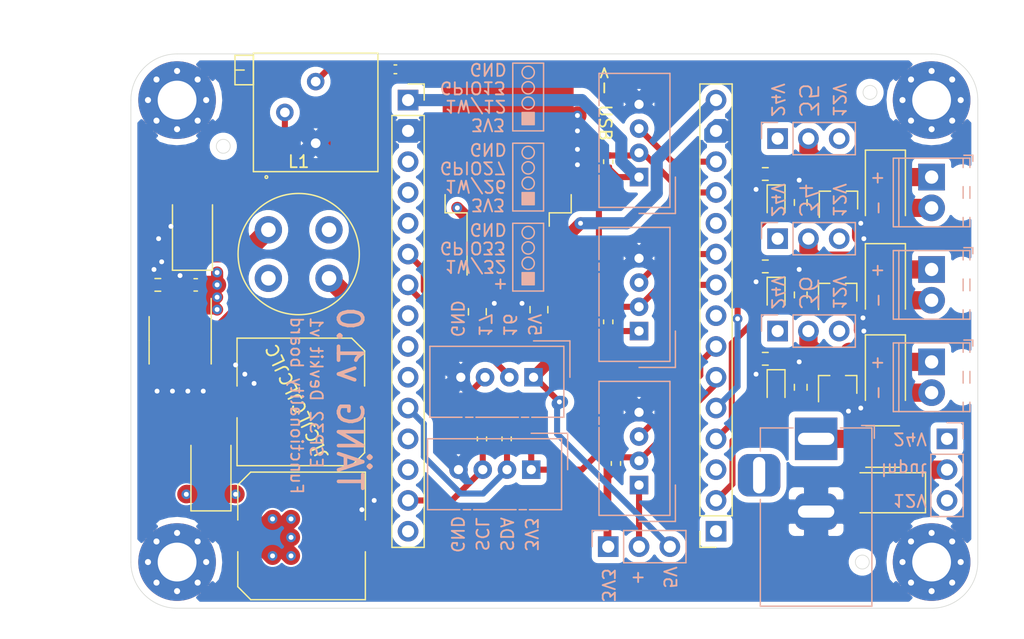
<source format=kicad_pcb>
(kicad_pcb (version 20171130) (host pcbnew 5.1.10-88a1d61d58~88~ubuntu20.04.1)
  (layers (0 F.Cu signal) (1 In1.Cu power hide) (2 In2.Cu power hide) (31 B.Cu signal) (34 B.Paste user hide) (35 F.Paste user hide) (36 B.SilkS user) (37 F.SilkS user hide) (38 B.Mask user hide) (39 F.Mask user hide) (44 Edge.Cuts user))
  (net 0 "")
  (net 1 GND)
  (net 2 "Net-(C3-Pad1)")
  (net 3 +5V)
  (net 4 BUCK_OUT)
  (net 5 LOAD1_NEG)
  (net 6 LOAD1_POS)
  (net 7 LOAD2_POS)
  (net 8 LOAD2_NEG)
  (net 9 LOAD3_POS)
  (net 10 LOAD3_NEG)
  (net 11 "Net-(D9-Pad1)")
  (net 12 "Net-(D9-Pad2)")
  (net 13 "Net-(F1-Pad2)")
  (net 14 CONN1_B)
  (net 15 CONN1_A)
  (net 16 CONN2_A)
  (net 17 CONN2_B)
  (net 18 CONN3_A)
  (net 19 CONN3_B)
  (net 20 CONN4_B)
  (net 21 CONN4_A)
  (net 22 "Net-(J4-Pad1)")
  (net 23 GPIO21)
  (net 24 GPIO22)
  (net 25 GPIO14)
  (net 26 GPIO25)
  (net 27 GPIO35)
  (net 28 GPIO34)
  (net 29 GPIO39)
  (net 30 GPIO36)
  (net 31 EN)
  (net 32 +3V3)
  (net 33 GPIO15)
  (net 34 GPIO2)
  (net 35 GPIO4)
  (net 36 GPIO5)
  (net 37 GPIO18)
  (net 38 GPIO19)
  (net 39 GPIO3)
  (net 40 GPIO1)
  (net 41 GPIO23)
  (net 42 BUCK_FB)
  (net 43 "Net-(U1-Pad4)")
  (net 44 +24V)
  (net 45 +12V)
  (net 46 "Net-(D3-Pad1)")
  (net 47 "Net-(D5-Pad1)")
  (net 48 "Net-(D7-Pad1)")
  (module Connector:NS-Tech_Grove_1x04_P2mm_Vertical (layer B.Cu) (at 175.45 76.2 90)
    (fp_text reference J1)
    (fp_text value GROVE-CONNECTOR-DIP_4P-2.0_)
    (pad 4 thru_hole circle (at 0 -6 90) (size 1.524 1.524) (drill 0.762) (layers *.Cu *.Mask) (net 1 GND))
    (pad 3 thru_hole circle (at 0 -4 90) (size 1.524 1.524) (drill 0.762) (layers *.Cu *.Mask) (net 14 CONN1_B))
    (pad 2 thru_hole circle (at 0 -2 90) (size 1.524 1.524) (drill 0.762) (layers *.Cu *.Mask) (net 15 CONN1_A))
    (pad 1 thru_hole rect (at 0 0 90) (size 1.524 1.524) (drill 0.762) (layers *.Cu *.Mask) (net 3 +5V))
  )
  (module Potentiometer_THT:Potentiometer_Bourns_3296P_Horizontal (layer F.Cu) (at 157.48 51.816)
    (fp_text reference RV1)
    (fp_text value 10k)
    (pad 3 thru_hole circle (at 0 5.08) (size 1.44 1.44) (drill 0.8) (layers *.Cu *.Mask) (net 1 GND))
    (pad 2 thru_hole circle (at -2.54 2.54) (size 1.44 1.44) (drill 0.8) (layers *.Cu *.Mask) (net 42 BUCK_FB))
    (pad 1 thru_hole circle (at 0 0) (size 1.44 1.44) (drill 0.8) (layers *.Cu *.Mask) (net 45 +12V))
  )
  (module Resistor_SMD:R_0603_1608Metric (layer F.Cu) (at 197.485 69.406 90)
    (fp_text reference R3)
    (fp_text value 10k)
    (pad 1 smd roundrect (at -0.825 0 90) (size 0.8 0.95) (layers F.Cu F.Paste F.Mask) (net 28 GPIO34))
    (pad 2 smd roundrect (at 0.825 0 90) (size 0.8 0.95) (layers F.Cu F.Paste F.Mask) (net 1 GND))
  )
  (module Capacitor_SMD:C_Elec_10x10.2 (layer F.Cu) (at 156.3185 89.281)
    (fp_text reference C1)
    (fp_text value 470u)
    (pad 2 smd roundrect (at 4.4 0) (size 4.6 2.1) (layers F.Cu F.Paste F.Mask) (roundrect_rratio 0.1190471428571429) (net 1 GND))
    (pad 1 smd roundrect (at -4.4 0) (size 4.6 2.1) (layers F.Cu F.Paste F.Mask) (roundrect_rratio 0.1190471428571429) (net 44 +24V))
  )
  (module Capacitor_SMD:C_0603_1608Metric (layer F.Cu) (at 147.587 68.58 180)
    (fp_text reference C2)
    (fp_text value 100n)
    (pad 1 smd roundrect (at -0.775 0 180) (size 0.9 0.95) (layers F.Cu F.Paste F.Mask) (net 44 +24V))
    (pad 2 smd roundrect (at 0.775 0 180) (size 0.9 0.95) (layers F.Cu F.Paste F.Mask) (net 1 GND))
  )
  (module Capacitor_SMD:C_Elec_10x10.2 (layer F.Cu) (at 156.255 78.232 180)
    (fp_text reference C3)
    (fp_text value 470u)
    (pad 1 smd roundrect (at -4.4 0 180) (size 4.6 2.1) (layers F.Cu F.Paste F.Mask) (roundrect_rratio 0.1190471428571429) (net 2 "Net-(C3-Pad1)"))
    (pad 2 smd roundrect (at 4.4 0 180) (size 4.6 2.1) (layers F.Cu F.Paste F.Mask) (roundrect_rratio 0.1190471428571429) (net 1 GND))
  )
  (module Capacitor_SMD:C_0805_2012Metric (layer F.Cu) (at 170.815 70.8 270)
    (fp_text reference C4)
    (fp_text value 330n)
    (pad 1 smd roundrect (at -0.95 0 270) (size 1 1.45) (layers F.Cu F.Paste F.Mask) (net 45 +12V))
    (pad 2 smd roundrect (at 0.95 0 270) (size 1 1.45) (layers F.Cu F.Paste F.Mask) (net 1 GND))
  )
  (module Diode_SMD:D_SMA (layer F.Cu) (at 147.32 63.976 90)
    (fp_text reference D1)
    (fp_text value SS34)
    (pad 2 smd rect (at 2 0 90) (size 2.5 1.8) (layers F.Cu F.Paste F.Mask) (net 1 GND))
    (pad 1 smd rect (at -2 0 90) (size 2.5 1.8) (layers F.Cu F.Paste F.Mask) (net 4 BUCK_OUT))
  )
  (module Diode_SMD:D_SMA (layer F.Cu) (at 148.844 83.82 90)
    (fp_text reference D2)
    (fp_text value SS34)
    (pad 2 smd rect (at 2 0 90) (size 2.5 1.8) (layers F.Cu F.Paste F.Mask) (net 2 "Net-(C3-Pad1)"))
    (pad 1 smd rect (at -2 0 90) (size 2.5 1.8) (layers F.Cu F.Paste F.Mask) (net 45 +12V))
  )
  (module LED_SMD:LED_0603_1608Metric (layer F.Cu) (at 195.453 69.4435 270)
    (fp_text reference D3)
    (fp_text value RED)
    (pad 2 smd roundrect (at 0.7875 0 270) (size 0.875 0.95) (layers F.Cu F.Paste F.Mask) (net 28 GPIO34))
    (pad 1 smd roundrect (at -0.7875 0 270) (size 0.875 0.95) (layers F.Cu F.Paste F.Mask) (net 46 "Net-(D3-Pad1)"))
  )
  (module Diode_SMD:D_SMA (layer F.Cu) (at 204.47 68.58 270)
    (fp_text reference D4)
    (fp_text value SS14)
    (pad 2 smd rect (at 2 0 270) (size 2.5 1.8) (layers F.Cu F.Paste F.Mask) (net 8 LOAD2_NEG))
    (pad 1 smd rect (at -2 0 270) (size 2.5 1.8) (layers F.Cu F.Paste F.Mask) (net 7 LOAD2_POS))
  )
  (module LED_SMD:LED_0603_1608Metric (layer F.Cu) (at 195.453 61.8235 270)
    (fp_text reference D5)
    (fp_text value RED)
    (pad 1 smd roundrect (at -0.7875 0 270) (size 0.875 0.95) (layers F.Cu F.Paste F.Mask) (net 47 "Net-(D5-Pad1)"))
    (pad 2 smd roundrect (at 0.7875 0 270) (size 0.875 0.95) (layers F.Cu F.Paste F.Mask) (net 27 GPIO35))
  )
  (module Diode_SMD:D_SMA (layer F.Cu) (at 204.47 60.865 270)
    (fp_text reference D6)
    (fp_text value SS14)
    (pad 1 smd rect (at -2 0 270) (size 2.5 1.8) (layers F.Cu F.Paste F.Mask) (net 6 LOAD1_POS))
    (pad 2 smd rect (at 2 0 270) (size 2.5 1.8) (layers F.Cu F.Paste F.Mask) (net 5 LOAD1_NEG))
  )
  (module LED_SMD:LED_0603_1608Metric (layer F.Cu) (at 195.453 77.0635 270)
    (fp_text reference D7)
    (fp_text value RED)
    (pad 1 smd roundrect (at -0.7875 0 270) (size 0.875 0.95) (layers F.Cu F.Paste F.Mask) (net 48 "Net-(D7-Pad1)"))
    (pad 2 smd roundrect (at 0.7875 0 270) (size 0.875 0.95) (layers F.Cu F.Paste F.Mask) (net 30 GPIO36))
  )
  (module Diode_SMD:D_SMA (layer F.Cu) (at 204.47 76.105 270)
    (fp_text reference D8)
    (fp_text value SS14)
    (pad 1 smd rect (at -2 0 270) (size 2.5 1.8) (layers F.Cu F.Paste F.Mask) (net 9 LOAD3_POS))
    (pad 2 smd rect (at 2 0 270) (size 2.5 1.8) (layers F.Cu F.Paste F.Mask) (net 10 LOAD3_NEG))
  )
  (module Diode_SMD:D_SMA (layer F.Cu) (at 204.375 85.725 180)
    (fp_text reference D9)
    (fp_text value SS34)
    (pad 1 smd rect (at -2 0 180) (size 2.5 1.8) (layers F.Cu F.Paste F.Mask) (net 11 "Net-(D9-Pad1)"))
    (pad 2 smd rect (at 2 0 180) (size 2.5 1.8) (layers F.Cu F.Paste F.Mask) (net 12 "Net-(D9-Pad2)"))
  )
  (module Fuse:Fuse_1812_4532Metric (layer F.Cu) (at 204.2375 81.915 180)
    (fp_text reference F1)
    (fp_text value 3A)
    (pad 1 smd roundrect (at -2.1375 0 180) (size 1.125 3.4) (layers F.Cu F.Paste F.Mask) (roundrect_rratio 0.2222204444444444) (net 12 "Net-(D9-Pad2)"))
    (pad 2 smd roundrect (at 2.1375 0 180) (size 1.125 3.4) (layers F.Cu F.Paste F.Mask) (roundrect_rratio 0.2222204444444444) (net 13 "Net-(F1-Pad2)"))
  )
  (module MountingHole:MountingHole_3.2mm_M3_Pad_Via (layer F.Cu) (at 208.28 91.44)
    (fp_text reference H1)
    (fp_text value MountingHole_Pad)
    (pad 1 thru_hole circle (at 0 0) (size 6.4 6.4) (drill 3.2) (layers *.Cu *.Mask) (net 1 GND))
    (pad 1 thru_hole circle (at 2.4 0) (size 0.8 0.8) (drill 0.5) (layers *.Cu *.Mask) (net 1 GND))
    (pad 1 thru_hole circle (at 1.697056 1.697056) (size 0.8 0.8) (drill 0.5) (layers *.Cu *.Mask) (net 1 GND))
    (pad 1 thru_hole circle (at 0 2.4) (size 0.8 0.8) (drill 0.5) (layers *.Cu *.Mask) (net 1 GND))
    (pad 1 thru_hole circle (at -1.697056 1.697056) (size 0.8 0.8) (drill 0.5) (layers *.Cu *.Mask) (net 1 GND))
    (pad 1 thru_hole circle (at -2.4 0) (size 0.8 0.8) (drill 0.5) (layers *.Cu *.Mask) (net 1 GND))
    (pad 1 thru_hole circle (at -1.697056 -1.697056) (size 0.8 0.8) (drill 0.5) (layers *.Cu *.Mask) (net 1 GND))
    (pad 1 thru_hole circle (at 0 -2.4) (size 0.8 0.8) (drill 0.5) (layers *.Cu *.Mask) (net 1 GND))
    (pad 1 thru_hole circle (at 1.697056 -1.697056) (size 0.8 0.8) (drill 0.5) (layers *.Cu *.Mask) (net 1 GND))
  )
  (module MountingHole:MountingHole_3.2mm_M3_Pad_Via (layer F.Cu) (at 208.28 53.34)
    (fp_text reference H2)
    (fp_text value MountingHole_Pad)
    (pad 1 thru_hole circle (at 1.697056 -1.697056) (size 0.8 0.8) (drill 0.5) (layers *.Cu *.Mask) (net 1 GND))
    (pad 1 thru_hole circle (at 0 -2.4) (size 0.8 0.8) (drill 0.5) (layers *.Cu *.Mask) (net 1 GND))
    (pad 1 thru_hole circle (at -1.697056 -1.697056) (size 0.8 0.8) (drill 0.5) (layers *.Cu *.Mask) (net 1 GND))
    (pad 1 thru_hole circle (at -2.4 0) (size 0.8 0.8) (drill 0.5) (layers *.Cu *.Mask) (net 1 GND))
    (pad 1 thru_hole circle (at -1.697056 1.697056) (size 0.8 0.8) (drill 0.5) (layers *.Cu *.Mask) (net 1 GND))
    (pad 1 thru_hole circle (at 0 2.4) (size 0.8 0.8) (drill 0.5) (layers *.Cu *.Mask) (net 1 GND))
    (pad 1 thru_hole circle (at 1.697056 1.697056) (size 0.8 0.8) (drill 0.5) (layers *.Cu *.Mask) (net 1 GND))
    (pad 1 thru_hole circle (at 2.4 0) (size 0.8 0.8) (drill 0.5) (layers *.Cu *.Mask) (net 1 GND))
    (pad 1 thru_hole circle (at 0 0) (size 6.4 6.4) (drill 3.2) (layers *.Cu *.Mask) (net 1 GND))
  )
  (module MountingHole:MountingHole_3.2mm_M3_Pad_Via (layer F.Cu) (at 146.05 53.34)
    (fp_text reference H3)
    (fp_text value MountingHole_Pad)
    (pad 1 thru_hole circle (at 0 0) (size 6.4 6.4) (drill 3.2) (layers *.Cu *.Mask) (net 1 GND))
    (pad 1 thru_hole circle (at 2.4 0) (size 0.8 0.8) (drill 0.5) (layers *.Cu *.Mask) (net 1 GND))
    (pad 1 thru_hole circle (at 1.697056 1.697056) (size 0.8 0.8) (drill 0.5) (layers *.Cu *.Mask) (net 1 GND))
    (pad 1 thru_hole circle (at 0 2.4) (size 0.8 0.8) (drill 0.5) (layers *.Cu *.Mask) (net 1 GND))
    (pad 1 thru_hole circle (at -1.697056 1.697056) (size 0.8 0.8) (drill 0.5) (layers *.Cu *.Mask) (net 1 GND))
    (pad 1 thru_hole circle (at -2.4 0) (size 0.8 0.8) (drill 0.5) (layers *.Cu *.Mask) (net 1 GND))
    (pad 1 thru_hole circle (at -1.697056 -1.697056) (size 0.8 0.8) (drill 0.5) (layers *.Cu *.Mask) (net 1 GND))
    (pad 1 thru_hole circle (at 0 -2.4) (size 0.8 0.8) (drill 0.5) (layers *.Cu *.Mask) (net 1 GND))
    (pad 1 thru_hole circle (at 1.697056 -1.697056) (size 0.8 0.8) (drill 0.5) (layers *.Cu *.Mask) (net 1 GND))
  )
  (module MountingHole:MountingHole_3.2mm_M3_Pad_Via (layer F.Cu) (at 146.05 91.44)
    (fp_text reference H4)
    (fp_text value MountingHole_Pad)
    (pad 1 thru_hole circle (at 1.697056 -1.697056) (size 0.8 0.8) (drill 0.5) (layers *.Cu *.Mask) (net 1 GND))
    (pad 1 thru_hole circle (at 0 -2.4) (size 0.8 0.8) (drill 0.5) (layers *.Cu *.Mask) (net 1 GND))
    (pad 1 thru_hole circle (at -1.697056 -1.697056) (size 0.8 0.8) (drill 0.5) (layers *.Cu *.Mask) (net 1 GND))
    (pad 1 thru_hole circle (at -2.4 0) (size 0.8 0.8) (drill 0.5) (layers *.Cu *.Mask) (net 1 GND))
    (pad 1 thru_hole circle (at -1.697056 1.697056) (size 0.8 0.8) (drill 0.5) (layers *.Cu *.Mask) (net 1 GND))
    (pad 1 thru_hole circle (at 0 2.4) (size 0.8 0.8) (drill 0.5) (layers *.Cu *.Mask) (net 1 GND))
    (pad 1 thru_hole circle (at 1.697056 1.697056) (size 0.8 0.8) (drill 0.5) (layers *.Cu *.Mask) (net 1 GND))
    (pad 1 thru_hole circle (at 2.4 0) (size 0.8 0.8) (drill 0.5) (layers *.Cu *.Mask) (net 1 GND))
    (pad 1 thru_hole circle (at 0 0) (size 6.4 6.4) (drill 3.2) (layers *.Cu *.Mask) (net 1 GND))
  )
  (module Connector:NS-Tech_Grove_1x04_P2mm_Vertical (layer B.Cu) (at 184.15 59.69)
    (fp_text reference J2)
    (fp_text value GROVE-CONNECTOR-DIP_4P-2.0_)
    (pad 1 thru_hole rect (at 0 0) (size 1.524 1.524) (drill 0.762) (layers *.Cu *.Mask) (net 32 +3V3))
    (pad 2 thru_hole circle (at 0 -2) (size 1.524 1.524) (drill 0.762) (layers *.Cu *.Mask) (net 16 CONN2_A))
    (pad 3 thru_hole circle (at 0 -4) (size 1.524 1.524) (drill 0.762) (layers *.Cu *.Mask) (net 17 CONN2_B))
    (pad 4 thru_hole circle (at 0 -6) (size 1.524 1.524) (drill 0.762) (layers *.Cu *.Mask) (net 1 GND))
  )
  (module Connector:NS-Tech_Grove_1x04_P2mm_Vertical (layer B.Cu) (at 184.15 72.39)
    (fp_text reference J3)
    (fp_text value GROVE-CONNECTOR-DIP_4P-2.0_)
    (pad 1 thru_hole rect (at 0 0) (size 1.524 1.524) (drill 0.762) (layers *.Cu *.Mask) (net 32 +3V3))
    (pad 2 thru_hole circle (at 0 -2) (size 1.524 1.524) (drill 0.762) (layers *.Cu *.Mask) (net 18 CONN3_A))
    (pad 3 thru_hole circle (at 0 -4) (size 1.524 1.524) (drill 0.762) (layers *.Cu *.Mask) (net 19 CONN3_B))
    (pad 4 thru_hole circle (at 0 -6) (size 1.524 1.524) (drill 0.762) (layers *.Cu *.Mask) (net 1 GND))
  )
  (module Connector:NS-Tech_Grove_1x04_P2mm_Vertical (layer B.Cu) (at 184.15 85.09)
    (fp_text reference J4)
    (fp_text value GROVE-CONNECTOR-DIP_4P-2.0_)
    (pad 4 thru_hole circle (at 0 -6) (size 1.524 1.524) (drill 0.762) (layers *.Cu *.Mask) (net 1 GND))
    (pad 3 thru_hole circle (at 0 -4) (size 1.524 1.524) (drill 0.762) (layers *.Cu *.Mask) (net 20 CONN4_B))
    (pad 2 thru_hole circle (at 0 -2) (size 1.524 1.524) (drill 0.762) (layers *.Cu *.Mask) (net 21 CONN4_A))
    (pad 1 thru_hole rect (at 0 0) (size 1.524 1.524) (drill 0.762) (layers *.Cu *.Mask) (net 22 "Net-(J4-Pad1)"))
  )
  (module Connector:NS-Tech_Grove_1x04_P2mm_Vertical (layer B.Cu) (at 175.26 83.82 90)
    (fp_text reference J5)
    (fp_text value GROVE-CONNECTOR-DIP_4P-2.0_)
    (pad 1 thru_hole rect (at 0 0 90) (size 1.524 1.524) (drill 0.762) (layers *.Cu *.Mask) (net 32 +3V3))
    (pad 2 thru_hole circle (at 0 -2 90) (size 1.524 1.524) (drill 0.762) (layers *.Cu *.Mask) (net 23 GPIO21))
    (pad 3 thru_hole circle (at 0 -4 90) (size 1.524 1.524) (drill 0.762) (layers *.Cu *.Mask) (net 24 GPIO22))
    (pad 4 thru_hole circle (at 0 -6 90) (size 1.524 1.524) (drill 0.762) (layers *.Cu *.Mask) (net 1 GND))
  )
  (module Connector_BarrelJack:BarrelJack_Horizontal (layer B.Cu) (at 198.755 81.28 90)
    (fp_text reference J6)
    (fp_text value Barrel_Jack)
    (pad 1 thru_hole rect (at 0 0 90) (size 3.5 3.5) (drill oval 1 3) (layers *.Cu *.Mask) (net 13 "Net-(F1-Pad2)"))
    (pad 2 thru_hole roundrect (at -6 0 90) (size 3 3.5) (drill oval 1 3) (layers *.Cu *.Mask) (net 1 GND))
    (pad 3 thru_hole roundrect (at -3 -4.7 90) (size 3.5 3.5) (drill oval 3 1) (layers *.Cu *.Mask))
  )
  (module TerminalBlock_Phoenix:TerminalBlock_Phoenix_MPT-0,5-2-2.54_1x02_P2.54mm_Horizontal (layer B.Cu) (at 208.28 67.31 270)
    (fp_text reference J7)
    (fp_text value Screw_Terminal_01x02)
    (pad 1 thru_hole rect (at 0 0 270) (size 2.2 2.2) (drill 1.1) (layers *.Cu *.Mask) (net 7 LOAD2_POS))
    (pad "" np_thru_hole circle (at 0 -2.54 270) (size 1.1 1.1) (drill 1.1) (layers *.Cu *.Mask))
    (pad 2 thru_hole circle (at 2.54 0 270) (size 2.2 2.2) (drill 1.1) (layers *.Cu *.Mask) (net 8 LOAD2_NEG))
    (pad "" np_thru_hole circle (at 2.54 -2.54 270) (size 1.1 1.1) (drill 1.1) (layers *.Cu *.Mask))
  )
  (module TerminalBlock_Phoenix:TerminalBlock_Phoenix_MPT-0,5-2-2.54_1x02_P2.54mm_Horizontal (layer B.Cu) (at 208.28 59.69 270)
    (fp_text reference J8)
    (fp_text value Screw_Terminal_01x02)
    (pad "" np_thru_hole circle (at 2.54 -2.54 270) (size 1.1 1.1) (drill 1.1) (layers *.Cu *.Mask))
    (pad 2 thru_hole circle (at 2.54 0 270) (size 2.2 2.2) (drill 1.1) (layers *.Cu *.Mask) (net 5 LOAD1_NEG))
    (pad "" np_thru_hole circle (at 0 -2.54 270) (size 1.1 1.1) (drill 1.1) (layers *.Cu *.Mask))
    (pad 1 thru_hole rect (at 0 0 270) (size 2.2 2.2) (drill 1.1) (layers *.Cu *.Mask) (net 6 LOAD1_POS))
  )
  (module TerminalBlock_Phoenix:TerminalBlock_Phoenix_MPT-0,5-2-2.54_1x02_P2.54mm_Horizontal (layer B.Cu) (at 208.28 74.93 270)
    (fp_text reference J9)
    (fp_text value Screw_Terminal_01x02)
    (pad 1 thru_hole rect (at 0 0 270) (size 2.2 2.2) (drill 1.1) (layers *.Cu *.Mask) (net 9 LOAD3_POS))
    (pad "" np_thru_hole circle (at 0 -2.54 270) (size 1.1 1.1) (drill 1.1) (layers *.Cu *.Mask))
    (pad 2 thru_hole circle (at 2.54 0 270) (size 2.2 2.2) (drill 1.1) (layers *.Cu *.Mask) (net 10 LOAD3_NEG))
    (pad "" np_thru_hole circle (at 2.54 -2.54 270) (size 1.1 1.1) (drill 1.1) (layers *.Cu *.Mask))
  )
  (module Connector_PinSocket_2.54mm:PinSocket_1x15_P2.54mm_Vertical (layer F.Cu) (at 190.5 88.9 180)
    (fp_text reference J10)
    (fp_text value Conn_01x15_Female)
    (pad 15 thru_hole oval (at 0 35.56 180) (size 1.7 1.7) (drill 1) (layers *.Cu *.Mask) (net 3 +5V))
    (pad 14 thru_hole oval (at 0 33.02 180) (size 1.7 1.7) (drill 1) (layers *.Cu *.Mask) (net 1 GND))
    (pad 13 thru_hole oval (at 0 30.48 180) (size 1.7 1.7) (drill 1) (layers *.Cu *.Mask) (net 17 CONN2_B))
    (pad 12 thru_hole oval (at 0 27.94 180) (size 1.7 1.7) (drill 1) (layers *.Cu *.Mask) (net 16 CONN2_A))
    (pad 11 thru_hole oval (at 0 25.4 180) (size 1.7 1.7) (drill 1) (layers *.Cu *.Mask) (net 25 GPIO14))
    (pad 10 thru_hole oval (at 0 22.86 180) (size 1.7 1.7) (drill 1) (layers *.Cu *.Mask) (net 19 CONN3_B))
    (pad 9 thru_hole oval (at 0 20.32 180) (size 1.7 1.7) (drill 1) (layers *.Cu *.Mask) (net 18 CONN3_A))
    (pad 8 thru_hole oval (at 0 17.78 180) (size 1.7 1.7) (drill 1) (layers *.Cu *.Mask) (net 26 GPIO25))
    (pad 7 thru_hole oval (at 0 15.24 180) (size 1.7 1.7) (drill 1) (layers *.Cu *.Mask) (net 20 CONN4_B))
    (pad 6 thru_hole oval (at 0 12.7 180) (size 1.7 1.7) (drill 1) (layers *.Cu *.Mask) (net 21 CONN4_A))
    (pad 5 thru_hole oval (at 0 10.16 180) (size 1.7 1.7) (drill 1) (layers *.Cu *.Mask) (net 27 GPIO35))
    (pad 4 thru_hole oval (at 0 7.62 180) (size 1.7 1.7) (drill 1) (layers *.Cu *.Mask) (net 28 GPIO34))
    (pad 3 thru_hole oval (at 0 5.08 180) (size 1.7 1.7) (drill 1) (layers *.Cu *.Mask) (net 29 GPIO39))
    (pad 2 thru_hole oval (at 0 2.54 180) (size 1.7 1.7) (drill 1) (layers *.Cu *.Mask) (net 30 GPIO36))
    (pad 1 thru_hole rect (at 0 0 180) (size 1.7 1.7) (drill 1) (layers *.Cu *.Mask) (net 31 EN))
  )
  (module Connector_PinSocket_2.54mm:PinSocket_1x15_P2.54mm_Vertical (layer F.Cu) (at 165.1 53.34)
    (fp_text reference J11)
    (fp_text value Conn_01x15_Female)
    (pad 1 thru_hole rect (at 0 0) (size 1.7 1.7) (drill 1) (layers *.Cu *.Mask) (net 32 +3V3))
    (pad 2 thru_hole oval (at 0 2.54) (size 1.7 1.7) (drill 1) (layers *.Cu *.Mask) (net 1 GND))
    (pad 3 thru_hole oval (at 0 5.08) (size 1.7 1.7) (drill 1) (layers *.Cu *.Mask) (net 33 GPIO15))
    (pad 4 thru_hole oval (at 0 7.62) (size 1.7 1.7) (drill 1) (layers *.Cu *.Mask) (net 34 GPIO2))
    (pad 5 thru_hole oval (at 0 10.16) (size 1.7 1.7) (drill 1) (layers *.Cu *.Mask) (net 35 GPIO4))
    (pad 6 thru_hole oval (at 0 12.7) (size 1.7 1.7) (drill 1) (layers *.Cu *.Mask) (net 15 CONN1_A))
    (pad 7 thru_hole oval (at 0 15.24) (size 1.7 1.7) (drill 1) (layers *.Cu *.Mask) (net 14 CONN1_B))
    (pad 8 thru_hole oval (at 0 17.78) (size 1.7 1.7) (drill 1) (layers *.Cu *.Mask) (net 36 GPIO5))
    (pad 9 thru_hole oval (at 0 20.32) (size 1.7 1.7) (drill 1) (layers *.Cu *.Mask) (net 37 GPIO18))
    (pad 10 thru_hole oval (at 0 22.86) (size 1.7 1.7) (drill 1) (layers *.Cu *.Mask) (net 38 GPIO19))
    (pad 11 thru_hole oval (at 0 25.4) (size 1.7 1.7) (drill 1) (layers *.Cu *.Mask) (net 23 GPIO21))
    (pad 12 thru_hole oval (at 0 27.94) (size 1.7 1.7) (drill 1) (layers *.Cu *.Mask) (net 39 GPIO3))
    (pad 13 thru_hole oval (at 0 30.48) (size 1.7 1.7) (drill 1) (layers *.Cu *.Mask) (net 40 GPIO1))
    (pad 14 thru_hole oval (at 0 33.02) (size 1.7 1.7) (drill 1) (layers *.Cu *.Mask) (net 24 GPIO22))
    (pad 15 thru_hole oval (at 0 35.56) (size 1.7 1.7) (drill 1) (layers *.Cu *.Mask) (net 41 GPIO23))
  )
  (module Connector_PinHeader_2.54mm:PinHeader_1x03_P2.54mm_Vertical (layer B.Cu) (at 195.58 64.77 270)
    (fp_text reference JP1)
    (fp_text value Jumper_NC_Dual)
    (pad 1 thru_hole rect (at 0 0 270) (size 1.7 1.7) (drill 1) (layers *.Cu *.Mask) (net 44 +24V))
    (pad 2 thru_hole oval (at 0 -2.54 270) (size 1.7 1.7) (drill 1) (layers *.Cu *.Mask) (net 7 LOAD2_POS))
    (pad 3 thru_hole oval (at 0 -5.08 270) (size 1.7 1.7) (drill 1) (layers *.Cu *.Mask) (net 45 +12V))
  )
  (module Connector_PinHeader_2.54mm:PinHeader_1x03_P2.54mm_Vertical (layer B.Cu) (at 195.58 56.515 270)
    (fp_text reference JP2)
    (fp_text value Jumper_NC_Dual)
    (pad 3 thru_hole oval (at 0 -5.08 270) (size 1.7 1.7) (drill 1) (layers *.Cu *.Mask) (net 45 +12V))
    (pad 2 thru_hole oval (at 0 -2.54 270) (size 1.7 1.7) (drill 1) (layers *.Cu *.Mask) (net 6 LOAD1_POS))
    (pad 1 thru_hole rect (at 0 0 270) (size 1.7 1.7) (drill 1) (layers *.Cu *.Mask) (net 44 +24V))
  )
  (module Connector_PinHeader_2.54mm:PinHeader_1x03_P2.54mm_Vertical (layer B.Cu) (at 195.58 72.39 270)
    (fp_text reference JP3)
    (fp_text value Jumper_NC_Dual)
    (pad 1 thru_hole rect (at 0 0 270) (size 1.7 1.7) (drill 1) (layers *.Cu *.Mask) (net 44 +24V))
    (pad 2 thru_hole oval (at 0 -2.54 270) (size 1.7 1.7) (drill 1) (layers *.Cu *.Mask) (net 9 LOAD3_POS))
    (pad 3 thru_hole oval (at 0 -5.08 270) (size 1.7 1.7) (drill 1) (layers *.Cu *.Mask) (net 45 +12V))
  )
  (module Connector_PinHeader_2.54mm:PinHeader_1x03_P2.54mm_Vertical (layer B.Cu) (at 181.61 90.17 270)
    (fp_text reference JP4)
    (fp_text value Jumper_NC_Dual)
    (pad 1 thru_hole rect (at 0 0 270) (size 1.7 1.7) (drill 1) (layers *.Cu *.Mask) (net 32 +3V3))
    (pad 2 thru_hole oval (at 0 -2.54 270) (size 1.7 1.7) (drill 1) (layers *.Cu *.Mask) (net 22 "Net-(J4-Pad1)"))
    (pad 3 thru_hole oval (at 0 -5.08 270) (size 1.7 1.7) (drill 1) (layers *.Cu *.Mask) (net 3 +5V))
  )
  (module Connector_PinHeader_2.54mm:PinHeader_1x03_P2.54mm_Vertical (layer B.Cu) (at 209.55 81.28 180)
    (fp_text reference JP5)
    (fp_text value Jumper_NC_Dual)
    (pad 3 thru_hole oval (at 0 -5.08 180) (size 1.7 1.7) (drill 1) (layers *.Cu *.Mask) (net 45 +12V))
    (pad 2 thru_hole oval (at 0 -2.54 180) (size 1.7 1.7) (drill 1) (layers *.Cu *.Mask) (net 11 "Net-(D9-Pad1)"))
    (pad 1 thru_hole rect (at 0 0 180) (size 1.7 1.7) (drill 1) (layers *.Cu *.Mask) (net 44 +24V))
  )
  (module Package_TO_SOT_SMD:SOT-23 (layer F.Cu) (at 200.533 69.215 90)
    (fp_text reference Q1)
    (fp_text value AO3400A)
    (pad 3 smd rect (at 1 0 90) (size 0.9 0.8) (layers F.Cu F.Paste F.Mask) (net 8 LOAD2_NEG))
    (pad 2 smd rect (at -1 0.95 90) (size 0.9 0.8) (layers F.Cu F.Paste F.Mask) (net 1 GND))
    (pad 1 smd rect (at -1 -0.95 90) (size 0.9 0.8) (layers F.Cu F.Paste F.Mask) (net 28 GPIO34))
  )
  (module Package_TO_SOT_SMD:SOT-23 (layer F.Cu) (at 200.599 61.611 90)
    (fp_text reference Q2)
    (fp_text value AO3400A)
    (pad 1 smd rect (at -1 -0.95 90) (size 0.9 0.8) (layers F.Cu F.Paste F.Mask) (net 27 GPIO35))
    (pad 2 smd rect (at -1 0.95 90) (size 0.9 0.8) (layers F.Cu F.Paste F.Mask) (net 1 GND))
    (pad 3 smd rect (at 1 0 90) (size 0.9 0.8) (layers F.Cu F.Paste F.Mask) (net 5 LOAD1_NEG))
  )
  (module Package_TO_SOT_SMD:SOT-23 (layer F.Cu) (at 200.533 76.819 90)
    (fp_text reference Q3)
    (fp_text value AO3400A)
    (pad 1 smd rect (at -1 -0.95 90) (size 0.9 0.8) (layers F.Cu F.Paste F.Mask) (net 30 GPIO36))
    (pad 2 smd rect (at -1 0.95 90) (size 0.9 0.8) (layers F.Cu F.Paste F.Mask) (net 1 GND))
    (pad 3 smd rect (at 1 0 90) (size 0.9 0.8) (layers F.Cu F.Paste F.Mask) (net 10 LOAD3_NEG))
  )
  (module Resistor_SMD:R_0603_1608Metric (layer F.Cu) (at 144.463 68.58 180)
    (fp_text reference R1)
    (fp_text value 1k)
    (pad 1 smd roundrect (at -0.825 0 180) (size 0.8 0.95) (layers F.Cu F.Paste F.Mask) (net 42 BUCK_FB))
    (pad 2 smd roundrect (at 0.825 0 180) (size 0.8 0.95) (layers F.Cu F.Paste F.Mask) (net 1 GND))
  )
  (module Resistor_SMD:R_0603_1608Metric (layer F.Cu) (at 194.564 67.056 180)
    (fp_text reference R2)
    (fp_text value 2k2)
    (pad 1 smd roundrect (at -0.825 0 180) (size 0.8 0.95) (layers F.Cu F.Paste F.Mask) (net 46 "Net-(D3-Pad1)"))
    (pad 2 smd roundrect (at 0.825 0 180) (size 0.8 0.95) (layers F.Cu F.Paste F.Mask) (net 1 GND))
  )
  (module Resistor_SMD:R_0603_1608Metric (layer F.Cu) (at 194.564 59.436 180)
    (fp_text reference R4)
    (fp_text value 2k2)
    (pad 2 smd roundrect (at 0.825 0 180) (size 0.8 0.95) (layers F.Cu F.Paste F.Mask) (net 1 GND))
    (pad 1 smd roundrect (at -0.825 0 180) (size 0.8 0.95) (layers F.Cu F.Paste F.Mask) (net 47 "Net-(D5-Pad1)"))
  )
  (module Resistor_SMD:R_0603_1608Metric (layer F.Cu) (at 197.485 61.786 90)
    (fp_text reference R5)
    (fp_text value 10k)
    (pad 1 smd roundrect (at -0.825 0 90) (size 0.8 0.95) (layers F.Cu F.Paste F.Mask) (net 27 GPIO35))
    (pad 2 smd roundrect (at 0.825 0 90) (size 0.8 0.95) (layers F.Cu F.Paste F.Mask) (net 1 GND))
  )
  (module Resistor_SMD:R_0603_1608Metric (layer F.Cu) (at 194.564 74.676 180)
    (fp_text reference R6)
    (fp_text value 2k2)
    (pad 2 smd roundrect (at 0.825 0 180) (size 0.8 0.95) (layers F.Cu F.Paste F.Mask) (net 1 GND))
    (pad 1 smd roundrect (at -0.825 0 180) (size 0.8 0.95) (layers F.Cu F.Paste F.Mask) (net 48 "Net-(D7-Pad1)"))
  )
  (module Resistor_SMD:R_0603_1608Metric (layer F.Cu) (at 197.485 77.026 90)
    (fp_text reference R7)
    (fp_text value 10k)
    (pad 2 smd roundrect (at 0.825 0 90) (size 0.8 0.95) (layers F.Cu F.Paste F.Mask) (net 1 GND))
    (pad 1 smd roundrect (at -0.825 0 90) (size 0.8 0.95) (layers F.Cu F.Paste F.Mask) (net 30 GPIO36))
  )
  (module Resistor_SMD:R_0402_1005Metric (layer F.Cu) (at 181.61 58.42 90)
    (fp_text reference R8)
    (fp_text value 4.7k)
    (pad 1 smd roundrect (at -0.51 0 90) (size 0.54 0.64) (layers F.Cu F.Paste F.Mask) (net 32 +3V3))
    (pad 2 smd roundrect (at 0.51 0 90) (size 0.54 0.64) (layers F.Cu F.Paste F.Mask) (net 16 CONN2_A))
  )
  (module Resistor_SMD:R_0402_1005Metric (layer F.Cu) (at 181.61 71.63 90)
    (fp_text reference R9)
    (fp_text value 4.7k)
    (pad 1 smd roundrect (at -0.51 0 90) (size 0.54 0.64) (layers F.Cu F.Paste F.Mask) (net 32 +3V3))
    (pad 2 smd roundrect (at 0.51 0 90) (size 0.54 0.64) (layers F.Cu F.Paste F.Mask) (net 18 CONN3_A))
  )
  (module Resistor_SMD:R_0402_1005Metric (layer F.Cu) (at 182.245 83.31 90)
    (fp_text reference R10)
    (fp_text value 4.7k)
    (pad 1 smd roundrect (at -0.51 0 90) (size 0.54 0.64) (layers F.Cu F.Paste F.Mask) (net 32 +3V3))
    (pad 2 smd roundrect (at 0.51 0 90) (size 0.54 0.64) (layers F.Cu F.Paste F.Mask) (net 21 CONN4_A))
  )
  (module Resistor_SMD:R_0402_1005Metric (layer F.Cu) (at 173.228 81.278 270)
    (fp_text reference R11)
    (fp_text value 4.7k)
    (pad 2 smd roundrect (at 0.51 0 270) (size 0.54 0.64) (layers F.Cu F.Paste F.Mask) (net 23 GPIO21))
    (pad 1 smd roundrect (at -0.51 0 270) (size 0.54 0.64) (layers F.Cu F.Paste F.Mask) (net 32 +3V3))
  )
  (module Resistor_SMD:R_0402_1005Metric (layer F.Cu) (at 171.196 81.282 270)
    (fp_text reference R12)
    (fp_text value 4.7k)
    (pad 2 smd roundrect (at 0.51 0 270) (size 0.54 0.64) (layers F.Cu F.Paste F.Mask) (net 24 GPIO22))
    (pad 1 smd roundrect (at -0.51 0 270) (size 0.54 0.64) (layers F.Cu F.Paste F.Mask) (net 32 +3V3))
  )
  (module Package_SO:SOP-8_3.9x4.9mm_P1.27mm (layer F.Cu) (at 146.304 73.152 270)
    (fp_text reference U1)
    (fp_text value XL1509-ADJE1)
    (pad 1 smd roundrect (at -2.625 -1.905 270) (size 1.65 0.6) (layers F.Cu F.Paste F.Mask) (net 44 +24V))
    (pad 2 smd roundrect (at -2.625 -0.635 270) (size 1.65 0.6) (layers F.Cu F.Paste F.Mask) (net 4 BUCK_OUT))
    (pad 3 smd roundrect (at -2.625 0.635 270) (size 1.65 0.6) (layers F.Cu F.Paste F.Mask) (net 42 BUCK_FB))
    (pad 4 smd roundrect (at -2.625 1.905 270) (size 1.65 0.6) (layers F.Cu F.Paste F.Mask) (net 43 "Net-(U1-Pad4)"))
    (pad 5 smd roundrect (at 2.625 1.905 270) (size 1.65 0.6) (layers F.Cu F.Paste F.Mask) (net 1 GND))
    (pad 6 smd roundrect (at 2.625 0.635 270) (size 1.65 0.6) (layers F.Cu F.Paste F.Mask) (net 1 GND))
    (pad 7 smd roundrect (at 2.625 -0.635 270) (size 1.65 0.6) (layers F.Cu F.Paste F.Mask) (net 1 GND))
    (pad 8 smd roundrect (at 2.625 -1.905 270) (size 1.65 0.6) (layers F.Cu F.Paste F.Mask) (net 1 GND))
  )
  (module Package_TO_SOT_SMD:TO-263-2 (layer F.Cu) (at 173.355 59.69 90)
    (fp_text reference U2)
    (fp_text value L7805)
    (pad 1 smd rect (at -5.775 -2.54 90) (size 4.6 1.1) (layers F.Cu F.Paste F.Mask) (net 45 +12V))
    (pad 3 smd rect (at -5.775 2.54 90) (size 4.6 1.1) (layers F.Cu F.Paste F.Mask) (net 3 +5V))
    (pad 2 smd rect (at 3.375 0 90) (size 9.4 10.8) (layers F.Cu F.Mask) (net 1 GND))
  )
  (module Capacitor_SMD:C_0805_2012Metric (layer F.Cu) (at 175.895 70.625 270)
    (fp_text reference C5)
    (fp_text value 100n)
    (pad 1 smd roundrect (at -0.95 0 270) (size 1 1.45) (layers F.Cu F.Paste F.Mask) (net 3 +5V))
    (pad 2 smd roundrect (at 0.95 0 270) (size 1 1.45) (layers F.Cu F.Paste F.Mask) (net 1 GND))
  )
  (module Capacitor_SMD:C_0402_1005Metric (layer F.Cu) (at 164.056 50.8)
    (fp_text reference C6)
    (fp_text value 4.7n)
    (pad 1 smd roundrect (at -0.48 0) (size 0.56 0.62) (layers F.Cu F.Paste F.Mask) (net 45 +12V))
    (pad 2 smd roundrect (at 0.48 0) (size 0.56 0.62) (layers F.Cu F.Paste F.Mask) (net 1 GND))
  )
  (module RasmusKiCadLibrary:Wuerth_7447211101 (layer F.Cu) (at 156.08 66.04 180)
    (fp_text reference L1 (at 0 7.62) (layer F.SilkS))
    (fp_text value 100uH)
    (pad 3 thru_hole circle (at 2.5 2 180) (size 2.25 2.25) (drill 1.2) (layers *.Cu *.Mask) (net 4 BUCK_OUT))
    (pad 1 thru_hole circle (at 2.5 -2 180) (size 2.25 2.25) (drill 1.2) (layers *.Cu *.Mask))
    (pad 2 thru_hole circle (at -2.5 -2 180) (size 2.25 2.25) (drill 1.2) (layers *.Cu *.Mask) (net 2 "Net-(C3-Pad1)"))
    (pad 4 thru_hole circle (at -2.5 2 180) (size 2.25 2.25) (drill 1.2) (layers *.Cu *.Mask))
  )
  (gr_circle (center 149.86 57.15) (end 150.436 57.15) (layer Edge.Cuts) (width 0.05))
  (gr_circle (center 203.2 52.705) (end 203.776 52.705) (layer Edge.Cuts) (width 0.05))
  (gr_circle (center 202.565 91.44) (end 203.141 91.44) (layer Edge.Cuts) (width 0.05))
  (gr_text "ESP32 Devkit v1\nFunctionality board" (at 156.718 71.12 -90) (layer B.SilkS) (effects (font (size 1 1)) (justify right mirror)))
  (gr_text "<- USB" (at 181.356 53.594 270) (layer F.SilkS) (effects (font (size 1 1))))
  (gr_text 36 (at 198.12 69.215 -90) (layer B.SilkS) (effects (font (size 1.5 1.5)) (justify mirror)))
  (gr_text 34 (at 198.12 61.595 -90) (layer B.SilkS) (effects (font (size 1.5 1.5)) (justify mirror)))
  (gr_text 35 (at 198.12 53.34 -90) (layer B.SilkS) (effects (font (size 1.5 1.5)) (justify mirror)))
  (gr_text + (at 203.835 67.31) (layer B.SilkS) (effects (font (size 1 1)) (justify mirror)))
  (gr_text + (at 203.835 74.93) (layer B.SilkS) (effects (font (size 1 1)) (justify mirror)))
  (gr_text + (at 203.835 59.69) (layer B.SilkS) (effects (font (size 1 1)) (justify mirror)))
  (gr_text - (at 203.835 77.47 90) (layer B.SilkS) (effects (font (size 1 1)) (justify mirror)))
  (gr_text - (at 203.835 69.85 90) (layer B.SilkS) (effects (font (size 1 1)) (justify mirror)))
  (gr_text - (at 203.835 62.23 90) (layer B.SilkS) (effects (font (size 1 1)) (justify mirror)))
  (gr_text 12V (at 200.66 69.215 270) (layer B.SilkS) (effects (font (size 1 1)) (justify mirror)))
  (gr_text 24V (at 195.58 69.215 270) (layer B.SilkS) (effects (font (size 1 1)) (justify mirror)))
  (gr_text 12V (at 200.66 61.595 270) (layer B.SilkS) (effects (font (size 1 1)) (justify mirror)))
  (gr_text 24V (at 195.58 61.595 270) (layer B.SilkS) (effects (font (size 1 1)) (justify mirror)))
  (gr_text 24V (at 195.58 53.34 270) (layer B.SilkS) (effects (font (size 1 1)) (justify mirror)))
  (gr_text 12V (at 200.66 53.34 270) (layer B.SilkS) (effects (font (size 1 1)) (justify mirror)))
  (gr_text JLCJLCJLCJLC (at 155.956 78.232 115) (layer F.SilkS) (effects (font (size 1 1))))
  (gr_text + (at 184.15 92.71 270) (layer B.SilkS) (effects (font (size 1 1)) (justify mirror)))
  (gr_text Input (at 205.994 83.82 180) (layer B.SilkS) (effects (font (size 1 1)) (justify mirror)))
  (gr_text 12V (at 206.502 86.36 180) (layer B.SilkS) (effects (font (size 1 1)) (justify mirror)))
  (gr_text 24V (at 206.502 81.28 180) (layer B.SilkS) (effects (font (size 1 1)) (justify mirror)))
  (gr_line (start 176.276 63.5) (end 173.736 63.5) (layer B.SilkS) (width 0.12))
  (gr_circle (center 175.006 65.532) (end 175.006 66.04) (layer B.SilkS) (width 0.12))
  (gr_line (start 176.276 69.088) (end 176.276 63.5) (layer B.SilkS) (width 0.12))
  (gr_line (start 173.736 63.5) (end 173.736 69.088) (layer B.SilkS) (width 0.12))
  (gr_circle (center 175.006 66.802) (end 175.006 67.31) (layer B.SilkS) (width 0.12))
  (gr_poly (pts (xy 175.514 68.58) (xy 174.498 68.58) (xy 174.498 67.564) (xy 175.514 67.564)) (layer B.SilkS) (width 0.1))
  (gr_line (start 173.736 69.088) (end 176.276 69.088) (layer B.SilkS) (width 0.12))
  (gr_circle (center 175.006 64.262) (end 175.006 63.754) (layer B.SilkS) (width 0.12))
  (gr_line (start 176.276 56.896) (end 173.736 56.896) (layer B.SilkS) (width 0.12))
  (gr_circle (center 175.006 58.928) (end 175.006 59.436) (layer B.SilkS) (width 0.12))
  (gr_line (start 176.276 62.484) (end 176.276 56.896) (layer B.SilkS) (width 0.12))
  (gr_line (start 173.736 56.896) (end 173.736 62.484) (layer B.SilkS) (width 0.12))
  (gr_circle (center 175.006 60.198) (end 175.006 60.706) (layer B.SilkS) (width 0.12))
  (gr_poly (pts (xy 175.514 61.976) (xy 174.498 61.976) (xy 174.498 60.96) (xy 175.514 60.96)) (layer B.SilkS) (width 0.1))
  (gr_line (start 173.736 62.484) (end 176.276 62.484) (layer B.SilkS) (width 0.12))
  (gr_circle (center 175.006 57.658) (end 175.006 57.15) (layer B.SilkS) (width 0.12))
  (gr_circle (center 175.006 53.594) (end 175.006 54.102) (layer B.SilkS) (width 0.12))
  (gr_circle (center 175.006 52.324) (end 175.006 52.832) (layer B.SilkS) (width 0.12))
  (gr_circle (center 175.006 51.054) (end 175.006 50.546) (layer B.SilkS) (width 0.12))
  (gr_poly (pts (xy 175.514 55.372) (xy 174.498 55.372) (xy 174.498 54.356) (xy 175.514 54.356)) (layer B.SilkS) (width 0.1))
  (gr_line (start 176.276 50.292) (end 173.736 50.292) (layer B.SilkS) (width 0.12))
  (gr_line (start 176.276 55.88) (end 176.276 50.292) (layer B.SilkS) (width 0.12))
  (gr_line (start 173.736 55.88) (end 176.276 55.88) (layer B.SilkS) (width 0.12))
  (gr_line (start 173.736 50.292) (end 173.736 55.88) (layer B.SilkS) (width 0.12))
  (gr_text + (at 172.72 68.58 180) (layer B.SilkS) (effects (font (size 1 1)) (justify mirror)))
  (gr_text 1W/32 (at 170.688 67.056 180) (layer B.SilkS) (effects (font (size 1 1)) (justify mirror)))
  (gr_text GPIO33 (at 170.434 65.532 180) (layer B.SilkS) (effects (font (size 1 1)) (justify mirror)))
  (gr_text GND (at 171.704 64.008 180) (layer B.SilkS) (effects (font (size 1 1)) (justify mirror)))
  (gr_text 3V3 (at 171.704 61.976 180) (layer B.SilkS) (effects (font (size 1 1)) (justify mirror)))
  (gr_text 1W/26 (at 170.688 60.452 180) (layer B.SilkS) (effects (font (size 1 1)) (justify mirror)))
  (gr_text GPIO27 (at 170.434 58.928 180) (layer B.SilkS) (effects (font (size 1 1)) (justify mirror)))
  (gr_text GND (at 171.704 57.404 180) (layer B.SilkS) (effects (font (size 1 1)) (justify mirror)))
  (gr_text 3V3 (at 171.704 55.372 180) (layer B.SilkS) (effects (font (size 1 1)) (justify mirror)))
  (gr_text 1W/12 (at 170.688 53.848 180) (layer B.SilkS) (effects (font (size 1 1)) (justify mirror)))
  (gr_text GPIO13 (at 170.434 52.324 180) (layer B.SilkS) (effects (font (size 1 1)) (justify mirror)))
  (gr_text GND (at 171.704 50.8 180) (layer B.SilkS) (effects (font (size 1 1)) (justify mirror)))
  (gr_text GND (at 169.164 89.154 270) (layer B.SilkS) (effects (font (size 1 1)) (justify mirror)))
  (gr_text SDA (at 173.228 89.154 270) (layer B.SilkS) (effects (font (size 1 1)) (justify mirror)))
  (gr_text SCL (at 171.196 89.154 270) (layer B.SilkS) (effects (font (size 1 1)) (justify mirror)))
  (gr_text 3V3 (at 175.26 89.154 270) (layer B.SilkS) (effects (font (size 1 1)) (justify mirror)))
  (gr_text 5V (at 186.69 92.71 270) (layer B.SilkS) (effects (font (size 1 1)) (justify mirror)))
  (gr_text 3V3 (at 181.61 93.345 270) (layer B.SilkS) (effects (font (size 1 1)) (justify mirror)))
  (gr_text 16 (at 173.482 71.882 -90) (layer B.SilkS) (effects (font (size 1 1)) (justify mirror)))
  (gr_text 17 (at 171.45 71.882 -90) (layer B.SilkS) (effects (font (size 1 1)) (justify mirror)))
  (gr_text GND (at 169.164 71.374 270) (layer B.SilkS) (effects (font (size 1 1)) (justify mirror)))
  (gr_text 5V (at 175.514 71.882 -90) (layer B.SilkS) (effects (font (size 1 1)) (justify mirror)))
  (gr_line (start 142.24 53.34) (end 142.24 91.44) (layer Edge.Cuts) (width 0.05))
  (gr_line (start 208.28 49.53) (end 146.05 49.53) (layer Edge.Cuts) (width 0.05))
  (gr_line (start 146.05 95.25) (end 208.28 95.25) (layer Edge.Cuts) (width 0.05))
  (gr_arc (start 146.05 91.44) (end 142.24 91.44) (angle -90) (layer Edge.Cuts) (width 0.05))
  (gr_arc (start 146.05 53.34) (end 146.05 49.53) (angle -90) (layer Edge.Cuts) (width 0.05))
  (gr_circle (center 153.416 59.69) (end 153.416 59.6392) (layer F.SilkS) (width 0.12))
  (gr_text "TÄNG v1.0" (at 160.274 77.978 -90) (layer B.SilkS) (effects (font (size 2 2) (thickness 0.3)) (justify mirror)))
  (gr_line (start 212.09 91.44) (end 212.09 53.34) (layer Edge.Cuts) (width 0.05))
  (gr_arc (start 208.28 91.44) (end 208.28 95.25) (angle -90) (layer Edge.Cuts) (width 0.05))
  (gr_arc (start 208.28 53.34) (end 212.09 53.34) (angle -90) (layer Edge.Cuts) (width 0.05))
  (segment (start 201.533 70.215) (end 202.619999 71.301999) (width 1.5) (layer F.Cu) (net 1))
  (segment (start 201.483 70.215) (end 201.533 70.215) (width 1.5) (layer F.Cu) (net 1))
  (via (at 202.619999 71.301999) (size 0.8) (drill 0.4) (layers F.Cu B.Cu) (net 1))
  (segment (start 202.619999 71.374) (end 202.619999 71.301999) (width 1.5) (layer F.Cu) (net 1))
  (via (at 202.692 72.39) (size 0.8) (drill 0.4) (layers F.Cu B.Cu) (net 1))
  (segment (start 202.619999 72.317999) (end 202.692 72.39) (width 1.5) (layer F.Cu) (net 1))
  (segment (start 202.619999 71.301999) (end 202.619999 72.317999) (width 1.5) (layer F.Cu) (net 1))
  (via (at 202.438 63.5) (size 0.8) (drill 0.4) (layers F.Cu B.Cu) (net 1))
  (segment (start 201.549 62.611) (end 202.438 63.5) (width 1.5) (layer F.Cu) (net 1))
  (segment (start 202.460001 64.538001) (end 202.692 64.77) (width 1.5) (layer F.Cu) (net 1))
  (via (at 202.692 64.77) (size 0.8) (drill 0.4) (layers F.Cu B.Cu) (net 1))
  (segment (start 202.460001 63.522001) (end 202.460001 64.538001) (width 1.5) (layer F.Cu) (net 1))
  (segment (start 202.438 63.5) (end 202.460001 63.522001) (width 1.5) (layer F.Cu) (net 1))
  (segment (start 202.692 64.77) (end 202.692 76.708) (width 1.5) (layer B.Cu) (net 1))
  (segment (start 202.692 76.708) (end 201.676 77.724) (width 1.5) (layer B.Cu) (net 1))
  (via (at 201.422 78.994) (size 0.8) (drill 0.4) (layers F.Cu B.Cu) (net 1))
  (segment (start 201.483 78.933) (end 201.422 78.994) (width 1) (layer F.Cu) (net 1))
  (segment (start 201.483 77.819) (end 201.483 78.933) (width 1) (layer F.Cu) (net 1))
  (segment (start 201.422 78.994) (end 201.422 77.724) (width 1) (layer B.Cu) (net 1))
  (via (at 202.438 78.74) (size 0.8) (drill 0.4) (layers F.Cu B.Cu) (net 1))
  (segment (start 201.517 77.819) (end 202.438 78.74) (width 1) (layer F.Cu) (net 1))
  (segment (start 201.483 77.819) (end 201.517 77.819) (width 1) (layer F.Cu) (net 1))
  (segment (start 175.545 71.75) (end 175.895 71.4) (width 0.5) (layer F.Cu) (net 1))
  (via (at 179.07 58.674) (size 0.8) (drill 0.4) (layers F.Cu B.Cu) (net 1))
  (segment (start 176.711 56.315) (end 179.07 58.674) (width 1.5) (layer F.Cu) (net 1))
  (segment (start 173.355 56.315) (end 176.711 56.315) (width 1.5) (layer F.Cu) (net 1))
  (via (at 179.07 57.404) (size 0.8) (drill 0.4) (layers F.Cu B.Cu) (net 1))
  (segment (start 177.981 56.315) (end 179.07 57.404) (width 1.5) (layer F.Cu) (net 1))
  (segment (start 173.355 56.315) (end 177.981 56.315) (width 1.5) (layer F.Cu) (net 1))
  (via (at 179.07 55.88) (size 0.8) (drill 0.4) (layers F.Cu B.Cu) (net 1))
  (segment (start 178.635 56.315) (end 179.07 55.88) (width 1.5) (layer F.Cu) (net 1))
  (segment (start 173.355 56.315) (end 178.635 56.315) (width 1.5) (layer F.Cu) (net 1))
  (via (at 179.07 54.61) (size 0.8) (drill 0.4) (layers F.Cu B.Cu) (net 1))
  (segment (start 177.365 56.315) (end 179.07 54.61) (width 1.5) (layer F.Cu) (net 1))
  (segment (start 173.355 56.315) (end 177.365 56.315) (width 1.5) (layer F.Cu) (net 1))
  (via (at 193.802 68.326) (size 0.8) (drill 0.4) (layers F.Cu B.Cu) (net 1))
  (segment (start 193.739 68.263) (end 193.802 68.326) (width 0.5) (layer F.Cu) (net 1))
  (segment (start 193.739 67.056) (end 193.739 68.263) (width 0.5) (layer F.Cu) (net 1))
  (via (at 197.358 67.31) (size 0.8) (drill 0.4) (layers F.Cu B.Cu) (net 1))
  (segment (start 197.485 67.437) (end 197.358 67.31) (width 0.5) (layer F.Cu) (net 1))
  (segment (start 197.485 68.581) (end 197.485 67.437) (width 0.5) (layer F.Cu) (net 1))
  (via (at 197.358 74.93) (size 0.8) (drill 0.4) (layers F.Cu B.Cu) (net 1))
  (segment (start 197.485 75.057) (end 197.358 74.93) (width 0.5) (layer F.Cu) (net 1))
  (segment (start 197.485 76.201) (end 197.485 75.057) (width 0.5) (layer F.Cu) (net 1))
  (via (at 193.802 75.946) (size 0.8) (drill 0.4) (layers F.Cu B.Cu) (net 1))
  (segment (start 193.739 75.883) (end 193.802 75.946) (width 0.5) (layer F.Cu) (net 1))
  (segment (start 193.739 74.676) (end 193.739 75.883) (width 0.5) (layer F.Cu) (net 1))
  (via (at 193.802 60.706) (size 0.8) (drill 0.4) (layers F.Cu B.Cu) (net 1))
  (segment (start 193.739 60.643) (end 193.802 60.706) (width 0.5) (layer F.Cu) (net 1))
  (segment (start 193.739 59.436) (end 193.739 60.643) (width 0.5) (layer F.Cu) (net 1))
  (segment (start 197.485 60.071) (end 197.358 59.944) (width 0.5) (layer F.Cu) (net 1))
  (via (at 197.358 59.944) (size 0.8) (drill 0.4) (layers F.Cu B.Cu) (net 1))
  (segment (start 197.485 60.961) (end 197.485 60.071) (width 0.5) (layer F.Cu) (net 1))
  (segment (start 144.43801 67.77999) (end 143.638 68.58) (width 0.25) (layer F.Cu) (net 1))
  (via (at 144.145 67.31) (size 0.8) (drill 0.4) (layers F.Cu B.Cu) (net 1))
  (segment (start 144.43801 67.60301) (end 144.145 67.31) (width 0.25) (layer F.Cu) (net 1))
  (segment (start 144.43801 67.77999) (end 144.43801 67.60301) (width 0.25) (layer F.Cu) (net 1))
  (via (at 144.78 66.675) (size 0.8) (drill 0.4) (layers F.Cu B.Cu) (net 1))
  (segment (start 144.94501 66.84001) (end 144.78 66.675) (width 0.25) (layer F.Cu) (net 1))
  (segment (start 144.94501 67.77999) (end 144.94501 66.84001) (width 0.25) (layer F.Cu) (net 1))
  (segment (start 144.94501 67.77999) (end 144.43801 67.77999) (width 0.25) (layer F.Cu) (net 1))
  (segment (start 149.945 75.777) (end 152.4 78.232) (width 1.5) (layer F.Cu) (net 1))
  (segment (start 144.399 75.777) (end 149.945 75.777) (width 1.5) (layer F.Cu) (net 1))
  (via (at 161.29 87.122) (size 0.8) (drill 0.4) (layers F.Cu B.Cu) (net 1))
  (segment (start 161.2 87.212) (end 161.29 87.122) (width 1.5) (layer F.Cu) (net 1))
  (segment (start 161.2 89.408) (end 161.2 87.212) (width 1.5) (layer F.Cu) (net 1))
  (via (at 162.306 86.36) (size 0.8) (drill 0.4) (layers F.Cu B.Cu) (net 1))
  (segment (start 161.544 87.122) (end 162.306 86.36) (width 1.5) (layer F.Cu) (net 1))
  (segment (start 161.29 87.122) (end 161.544 87.122) (width 1.5) (layer F.Cu) (net 1))
  (segment (start 144.526 67.056) (end 144.526 64.77) (width 1.5) (layer F.Cu) (net 1))
  (via (at 144.526 64.77) (size 0.8) (drill 0.4) (layers F.Cu B.Cu) (net 1))
  (via (at 145.542 63.754) (size 0.8) (drill 0.4) (layers F.Cu B.Cu) (net 1))
  (segment (start 145.415 63.881) (end 145.542 63.754) (width 1.5) (layer F.Cu) (net 1))
  (segment (start 147.32 61.976) (end 145.415 63.881) (width 1.5) (layer F.Cu) (net 1))
  (segment (start 145.415 63.881) (end 144.526 64.77) (width 1.5) (layer F.Cu) (net 1))
  (via (at 152.4 76.708) (size 0.8) (drill 0.4) (layers F.Cu B.Cu) (net 1))
  (segment (start 152.4 78.232) (end 152.4 76.708) (width 1.5) (layer F.Cu) (net 1))
  (segment (start 152.4 76.708) (end 152.4 78.232) (width 1.5) (layer B.Cu) (net 1))
  (via (at 151.638 75.946) (size 0.8) (drill 0.4) (layers F.Cu B.Cu) (net 1))
  (segment (start 152.4 76.708) (end 151.638 75.946) (width 1.5) (layer F.Cu) (net 1))
  (via (at 150.876 75.184) (size 0.8) (drill 0.4) (layers F.Cu B.Cu) (net 1))
  (segment (start 152.4 76.708) (end 150.876 75.184) (width 1.5) (layer F.Cu) (net 1))
  (via (at 148.209 77.343) (size 0.8) (drill 0.4) (layers F.Cu B.Cu) (net 1))
  (segment (start 148.209 75.777) (end 148.209 77.343) (width 1) (layer F.Cu) (net 1))
  (via (at 146.939 77.343) (size 0.8) (drill 0.4) (layers F.Cu B.Cu) (net 1))
  (segment (start 146.939 75.777) (end 146.939 77.343) (width 1) (layer F.Cu) (net 1))
  (via (at 145.669 77.343) (size 0.8) (drill 0.4) (layers F.Cu B.Cu) (net 1))
  (segment (start 145.669 75.777) (end 145.669 77.343) (width 1) (layer F.Cu) (net 1))
  (via (at 144.399 77.343) (size 0.8) (drill 0.4) (layers F.Cu B.Cu) (net 1))
  (segment (start 144.399 75.777) (end 144.399 77.343) (width 1) (layer F.Cu) (net 1))
  (via (at 172.212 70.104) (size 0.8) (drill 0.4) (layers F.Cu B.Cu) (net 1))
  (via (at 174.498 70.104) (size 0.8) (drill 0.4) (layers F.Cu B.Cu) (net 1))
  (segment (start 143.638 67.817) (end 144.145 67.31) (width 1) (layer F.Cu) (net 1))
  (segment (start 143.638 68.58) (end 143.638 67.817) (width 1) (layer F.Cu) (net 1))
  (segment (start 172.24001 71.04999) (end 172.24001 70.104) (width 1) (layer F.Cu) (net 1))
  (segment (start 171.54 71.75) (end 172.24001 71.04999) (width 1) (layer F.Cu) (net 1))
  (segment (start 170.815 71.75) (end 171.54 71.75) (width 1) (layer F.Cu) (net 1))
  (segment (start 174.21999 70.62499) (end 174.21999 70.104) (width 1) (layer F.Cu) (net 1))
  (segment (start 175.17 71.575) (end 174.21999 70.62499) (width 1) (layer F.Cu) (net 1))
  (segment (start 175.895 71.575) (end 175.17 71.575) (width 1) (layer F.Cu) (net 1))
  (via (at 146.294253 67.812677) (size 0.8) (drill 0.4) (layers F.Cu B.Cu) (net 1))
  (segment (start 146.812 68.330424) (end 146.294253 67.812677) (width 0.5) (layer F.Cu) (net 1))
  (segment (start 146.812 68.58) (end 146.812 68.330424) (width 0.5) (layer F.Cu) (net 1))
  (segment (start 164.536 50.984402) (end 164.536 50.8) (width 0.5) (layer F.Cu) (net 1))
  (segment (start 158.624402 56.896) (end 164.536 50.984402) (width 0.5) (layer F.Cu) (net 1))
  (segment (start 157.48 56.896) (end 158.624402 56.896) (width 0.5) (layer F.Cu) (net 1))
  (segment (start 161.03 78.062) (end 161.2 78.232) (width 1.5) (layer F.Cu) (net 2))
  (segment (start 157.612 81.82) (end 161.2 78.232) (width 1.5) (layer F.Cu) (net 2))
  (segment (start 148.844 81.82) (end 157.612 81.82) (width 1.5) (layer F.Cu) (net 2))
  (segment (start 161.544 71.004) (end 158.58 68.04) (width 1.5) (layer F.Cu) (net 2))
  (segment (start 161.544 77.343) (end 161.544 71.004) (width 1.5) (layer F.Cu) (net 2))
  (segment (start 160.655 78.232) (end 161.544 77.343) (width 1.5) (layer F.Cu) (net 2))
  (segment (start 177.392001 80.872001) (end 177.392001 78.084237) (width 0.5) (layer B.Cu) (net 3))
  (segment (start 186.69 90.17) (end 177.392001 80.872001) (width 0.5) (layer B.Cu) (net 3))
  (segment (start 185.612001 58.227999) (end 185.612001 61.012001) (width 1) (layer B.Cu) (net 3))
  (segment (start 190.5 53.34) (end 185.612001 58.227999) (width 1) (layer B.Cu) (net 3))
  (segment (start 175.895 68.453) (end 177.8 70.358) (width 1) (layer F.Cu) (net 3))
  (segment (start 175.895 68.453) (end 175.895 69.675) (width 1) (layer F.Cu) (net 3))
  (segment (start 177.581762 78.232) (end 177.436881 78.376881) (width 1) (layer B.Cu) (net 3))
  (segment (start 177.8 78.232) (end 177.581762 78.232) (width 1) (layer B.Cu) (net 3))
  (segment (start 175.895 65.465) (end 175.895 65.913) (width 1) (layer F.Cu) (net 3))
  (segment (start 175.895 65.913) (end 175.895 68.453) (width 1) (layer F.Cu) (net 3))
  (via (at 179.324 63.5) (size 0.8) (drill 0.4) (layers F.Cu B.Cu) (net 3))
  (segment (start 177.359 65.465) (end 179.324 63.5) (width 1) (layer F.Cu) (net 3))
  (segment (start 175.895 65.465) (end 177.359 65.465) (width 1) (layer F.Cu) (net 3))
  (segment (start 183.124002 63.5) (end 185.612001 61.012001) (width 1) (layer B.Cu) (net 3))
  (segment (start 179.324 63.5) (end 183.124002 63.5) (width 1) (layer B.Cu) (net 3))
  (segment (start 177.8 73.85) (end 177.8 70.358) (width 1) (layer F.Cu) (net 3))
  (segment (start 175.45 76.2) (end 177.8 73.85) (width 1) (layer F.Cu) (net 3))
  (via (at 177.581762 78.232) (size 0.8) (drill 0.4) (layers F.Cu B.Cu) (net 3))
  (segment (start 175.549762 76.2) (end 177.581762 78.232) (width 0.5) (layer F.Cu) (net 3))
  (segment (start 175.45 76.2) (end 175.549762 76.2) (width 0.5) (layer F.Cu) (net 3))
  (segment (start 146.939 72.136) (end 146.685 72.39) (width 0.5) (layer F.Cu) (net 4))
  (segment (start 146.939 70.527) (end 146.939 72.136) (width 0.5) (layer F.Cu) (net 4))
  (segment (start 151.066 65.976) (end 147.32 65.976) (width 1.5) (layer F.Cu) (net 4))
  (segment (start 151.066 70.948622) (end 151.066 65.976) (width 1.5) (layer F.Cu) (net 4))
  (segment (start 149.624622 72.39) (end 151.066 70.948622) (width 1.5) (layer F.Cu) (net 4))
  (segment (start 146.685 72.39) (end 149.624622 72.39) (width 1.5) (layer F.Cu) (net 4))
  (segment (start 151.644 65.976) (end 153.58 64.04) (width 1.5) (layer F.Cu) (net 4))
  (segment (start 151.066 65.976) (end 151.644 65.976) (width 1.5) (layer F.Cu) (net 4))
  (segment (start 205.105 62.23) (end 204.47 62.865) (width 1.5) (layer F.Cu) (net 5))
  (segment (start 208.28 62.23) (end 205.105 62.23) (width 1.5) (layer F.Cu) (net 5))
  (segment (start 202.216 60.611) (end 200.599 60.611) (width 1.5) (layer F.Cu) (net 5))
  (segment (start 204.47 62.865) (end 202.216 60.611) (width 1.5) (layer F.Cu) (net 5))
  (segment (start 205.295 59.69) (end 204.47 58.865) (width 1.5) (layer F.Cu) (net 6))
  (segment (start 208.28 59.69) (end 205.295 59.69) (width 1.5) (layer F.Cu) (net 6))
  (segment (start 198.12 57.717081) (end 198.12 56.515) (width 1.5) (layer F.Cu) (net 6))
  (segment (start 199.267919 58.865) (end 198.12 57.717081) (width 1.5) (layer F.Cu) (net 6))
  (segment (start 204.47 58.865) (end 199.267919 58.865) (width 1.5) (layer F.Cu) (net 6))
  (segment (start 205.2 67.31) (end 204.47 66.58) (width 1.5) (layer F.Cu) (net 7))
  (segment (start 208.28 67.31) (end 205.2 67.31) (width 1.5) (layer F.Cu) (net 7))
  (segment (start 198.12 65.972081) (end 198.12 64.77) (width 1.5) (layer F.Cu) (net 7))
  (segment (start 198.727919 66.58) (end 198.12 65.972081) (width 1.5) (layer F.Cu) (net 7))
  (segment (start 204.47 66.58) (end 198.727919 66.58) (width 1.5) (layer F.Cu) (net 7))
  (segment (start 205.2 69.85) (end 204.47 70.58) (width 1.5) (layer F.Cu) (net 8))
  (segment (start 208.28 69.85) (end 205.2 69.85) (width 1.5) (layer F.Cu) (net 8))
  (segment (start 202.17001 68.28001) (end 200.533 68.28001) (width 1.5) (layer F.Cu) (net 8))
  (segment (start 204.47 70.58) (end 202.17001 68.28001) (width 1.5) (layer F.Cu) (net 8))
  (segment (start 205.295 74.93) (end 204.47 74.105) (width 1.5) (layer F.Cu) (net 9))
  (segment (start 208.28 74.93) (end 205.295 74.93) (width 1.5) (layer F.Cu) (net 9))
  (segment (start 198.12 73.592081) (end 198.12 72.39) (width 1.5) (layer F.Cu) (net 9))
  (segment (start 198.946918 74.418999) (end 198.12 73.592081) (width 1.5) (layer F.Cu) (net 9))
  (segment (start 201.171001 74.418999) (end 198.946918 74.418999) (width 1.5) (layer F.Cu) (net 9))
  (segment (start 201.485 74.105) (end 201.171001 74.418999) (width 1.5) (layer F.Cu) (net 9))
  (segment (start 204.47 74.105) (end 201.485 74.105) (width 1.5) (layer F.Cu) (net 9))
  (segment (start 205.105 77.47) (end 204.47 78.105) (width 1.5) (layer F.Cu) (net 10))
  (segment (start 208.28 77.47) (end 205.105 77.47) (width 1.5) (layer F.Cu) (net 10))
  (segment (start 202.484009 76.119009) (end 200.533 76.119009) (width 1.5) (layer F.Cu) (net 10))
  (segment (start 204.47 78.105) (end 202.484009 76.119009) (width 1.5) (layer F.Cu) (net 10))
  (segment (start 208.28 83.82) (end 209.55 83.82) (width 1.5) (layer F.Cu) (net 11))
  (segment (start 206.375 85.725) (end 208.28 83.82) (width 1.5) (layer F.Cu) (net 11))
  (segment (start 206.185 81.915) (end 202.375 85.725) (width 1.5) (layer F.Cu) (net 12))
  (segment (start 206.375 81.915) (end 206.185 81.915) (width 1.5) (layer F.Cu) (net 12))
  (segment (start 201.465 81.28) (end 202.1 81.915) (width 1.5) (layer F.Cu) (net 13))
  (segment (start 198.755 81.28) (end 201.465 81.28) (width 1.5) (layer F.Cu) (net 13))
  (segment (start 171.45 76.2) (end 169.926 77.724) (width 0.5) (layer F.Cu) (net 14))
  (segment (start 169.180238 77.724) (end 166.624 75.167762) (width 0.5) (layer F.Cu) (net 14))
  (segment (start 169.926 77.724) (end 169.180238 77.724) (width 0.5) (layer F.Cu) (net 14))
  (segment (start 165.1 68.739928) (end 165.1 68.58) (width 0.5) (layer F.Cu) (net 14))
  (segment (start 166.624 70.263928) (end 165.1 68.739928) (width 0.5) (layer F.Cu) (net 14))
  (segment (start 166.624 75.167762) (end 166.624 70.263928) (width 0.5) (layer F.Cu) (net 14))
  (segment (start 166.400001 67.340001) (end 165.1 66.04) (width 0.5) (layer F.Cu) (net 15))
  (segment (start 166.400001 69.049967) (end 166.400001 67.340001) (width 0.5) (layer F.Cu) (net 15))
  (segment (start 173.45 76.099966) (end 166.400001 69.049967) (width 0.5) (layer F.Cu) (net 15))
  (segment (start 173.45 76.2) (end 173.45 76.099966) (width 0.5) (layer F.Cu) (net 15))
  (segment (start 184.484002 57.69) (end 184.15 57.69) (width 0.5) (layer F.Cu) (net 16))
  (segment (start 187.754002 60.96) (end 184.484002 57.69) (width 0.5) (layer F.Cu) (net 16))
  (segment (start 190.5 60.96) (end 187.754002 60.96) (width 0.5) (layer F.Cu) (net 16))
  (segment (start 183.93 57.91) (end 184.15 57.69) (width 0.5) (layer F.Cu) (net 16))
  (segment (start 181.61 57.91) (end 183.93 57.91) (width 0.5) (layer F.Cu) (net 16))
  (segment (start 186.88 58.42) (end 184.15 55.69) (width 0.5) (layer F.Cu) (net 17))
  (segment (start 190.5 58.42) (end 186.88 58.42) (width 0.5) (layer F.Cu) (net 17))
  (segment (start 185.96 68.58) (end 184.15 70.39) (width 0.5) (layer F.Cu) (net 18))
  (segment (start 190.5 68.58) (end 185.96 68.58) (width 0.5) (layer F.Cu) (net 18))
  (segment (start 182.34 70.39) (end 181.61 71.12) (width 0.5) (layer F.Cu) (net 18))
  (segment (start 184.15 70.39) (end 182.34 70.39) (width 0.5) (layer F.Cu) (net 18))
  (segment (start 186.5 66.04) (end 184.15 68.39) (width 0.5) (layer F.Cu) (net 19))
  (segment (start 190.5 66.04) (end 186.5 66.04) (width 0.5) (layer F.Cu) (net 19))
  (segment (start 189.199999 76.040001) (end 184.15 81.09) (width 0.5) (layer F.Cu) (net 20))
  (segment (start 189.199999 74.960001) (end 189.199999 76.040001) (width 0.5) (layer F.Cu) (net 20))
  (segment (start 190.5 73.66) (end 189.199999 74.960001) (width 0.5) (layer F.Cu) (net 20))
  (segment (start 183.86 82.8) (end 184.15 83.09) (width 0.5) (layer F.Cu) (net 21))
  (segment (start 182.245 82.8) (end 183.86 82.8) (width 0.5) (layer F.Cu) (net 21))
  (segment (start 190.5 76.74) (end 184.15 83.09) (width 0.5) (layer F.Cu) (net 21))
  (segment (start 190.5 76.2) (end 190.5 76.74) (width 0.5) (layer F.Cu) (net 21))
  (segment (start 184.15 90.17) (end 184.15 85.09) (width 0.5) (layer F.Cu) (net 22))
  (segment (start 173.26 81.82) (end 173.228 81.788) (width 0.5) (layer F.Cu) (net 23))
  (segment (start 173.26 83.82) (end 173.26 81.82) (width 0.5) (layer F.Cu) (net 23))
  (segment (start 166.400001 80.040001) (end 165.1 78.74) (width 0.5) (layer B.Cu) (net 23))
  (segment (start 166.400001 82.753763) (end 166.400001 80.040001) (width 0.5) (layer B.Cu) (net 23))
  (segment (start 169.436248 85.79001) (end 166.400001 82.753763) (width 0.5) (layer B.Cu) (net 23))
  (segment (start 171.28999 85.79001) (end 169.436248 85.79001) (width 0.5) (layer B.Cu) (net 23))
  (segment (start 173.26 83.82) (end 171.28999 85.79001) (width 0.5) (layer B.Cu) (net 23))
  (segment (start 171.26 81.856) (end 171.196 81.792) (width 0.5) (layer F.Cu) (net 24))
  (segment (start 171.26 83.82) (end 171.26 81.856) (width 0.5) (layer F.Cu) (net 24))
  (segment (start 171.26 83.82) (end 168.72 86.36) (width 0.5) (layer F.Cu) (net 24))
  (segment (start 168.72 86.36) (end 166.37 86.36) (width 0.5) (layer F.Cu) (net 24))
  (segment (start 166.37 86.36) (end 165.1 86.36) (width 0.5) (layer F.Cu) (net 24))
  (via (at 192.278 71.374) (size 0.8) (drill 0.4) (layers F.Cu B.Cu) (net 27))
  (segment (start 192.278 76.962) (end 192.278 71.374) (width 0.5) (layer B.Cu) (net 27))
  (segment (start 190.5 78.74) (end 192.278 76.962) (width 0.5) (layer B.Cu) (net 27))
  (segment (start 195.228998 62.611) (end 195.453 62.611) (width 0.5) (layer F.Cu) (net 27))
  (segment (start 192.278 65.561998) (end 195.228998 62.611) (width 0.5) (layer F.Cu) (net 27))
  (segment (start 192.278 71.374) (end 192.278 65.561998) (width 0.5) (layer F.Cu) (net 27))
  (segment (start 195.453 62.611) (end 197.485 62.611) (width 0.5) (layer F.Cu) (net 27))
  (segment (start 197.485 62.611) (end 199.649 62.611) (width 0.5) (layer F.Cu) (net 27))
  (segment (start 194.978 70.231) (end 195.453 70.231) (width 0.5) (layer F.Cu) (net 28))
  (segment (start 191.800001 73.408999) (end 194.978 70.231) (width 0.5) (layer F.Cu) (net 28))
  (segment (start 191.800001 79.979999) (end 191.800001 73.408999) (width 0.5) (layer F.Cu) (net 28))
  (segment (start 190.5 81.28) (end 191.800001 79.979999) (width 0.5) (layer F.Cu) (net 28))
  (segment (start 195.453 70.231) (end 197.485 70.231) (width 0.5) (layer F.Cu) (net 28))
  (segment (start 199.567 70.231) (end 199.583 70.215) (width 0.5) (layer F.Cu) (net 28))
  (segment (start 197.485 70.231) (end 199.567 70.231) (width 0.5) (layer F.Cu) (net 28))
  (segment (start 191.85499 81.44901) (end 195.453 77.851) (width 0.5) (layer F.Cu) (net 30))
  (segment (start 191.85499 85.00501) (end 191.85499 81.44901) (width 0.5) (layer F.Cu) (net 30))
  (segment (start 190.5 86.36) (end 191.85499 85.00501) (width 0.5) (layer F.Cu) (net 30))
  (segment (start 195.453 77.851) (end 197.485 77.851) (width 0.5) (layer F.Cu) (net 30))
  (segment (start 199.551 77.851) (end 199.583 77.819) (width 0.5) (layer F.Cu) (net 30))
  (segment (start 197.485 77.851) (end 199.551 77.851) (width 0.5) (layer F.Cu) (net 30))
  (segment (start 184.15 59.69) (end 182.37 59.69) (width 0.5) (layer F.Cu) (net 32))
  (segment (start 181.86 72.39) (end 181.61 72.14) (width 0.5) (layer F.Cu) (net 32))
  (segment (start 184.15 72.39) (end 181.86 72.39) (width 0.5) (layer F.Cu) (net 32))
  (segment (start 181.61 84.455) (end 182.245 83.82) (width 0.5) (layer F.Cu) (net 32))
  (segment (start 181.61 90.17) (end 181.61 84.455) (width 0.5) (layer F.Cu) (net 32))
  (segment (start 181.47499 72.27501) (end 181.61 72.14) (width 0.5) (layer F.Cu) (net 32))
  (segment (start 181.61 90.17) (end 181.47499 90.03499) (width 0.5) (layer F.Cu) (net 32))
  (segment (start 181.61 88.015) (end 181.61 90.17) (width 0.5) (layer F.Cu) (net 32))
  (segment (start 180.83999 71.68999) (end 180.83999 60.96801) (width 0.5) (layer F.Cu) (net 32))
  (segment (start 180.83999 60.96801) (end 182.244 59.564) (width 0.5) (layer F.Cu) (net 32))
  (segment (start 181.61 72.14) (end 181.29 72.14) (width 0.5) (layer F.Cu) (net 32))
  (segment (start 181.29 72.14) (end 180.83999 71.68999) (width 0.5) (layer F.Cu) (net 32))
  (segment (start 182.244 59.564) (end 181.61 58.93) (width 0.5) (layer F.Cu) (net 32))
  (segment (start 182.37 59.69) (end 182.244 59.564) (width 0.5) (layer F.Cu) (net 32))
  (segment (start 173.224 80.772) (end 173.228 80.768) (width 0.5) (layer F.Cu) (net 32))
  (segment (start 171.196 80.772) (end 173.224 80.772) (width 0.5) (layer F.Cu) (net 32))
  (segment (start 175.26 82.48) (end 175.26 83.82) (width 0.5) (layer F.Cu) (net 32))
  (segment (start 173.548 80.768) (end 175.26 82.48) (width 0.5) (layer F.Cu) (net 32))
  (segment (start 173.228 80.768) (end 173.548 80.768) (width 0.5) (layer F.Cu) (net 32))
  (segment (start 183.986238 59.69) (end 184.15 59.69) (width 1) (layer B.Cu) (net 32))
  (segment (start 182.687999 58.391761) (end 183.986238 59.69) (width 1) (layer B.Cu) (net 32))
  (segment (start 182.687999 56.599997) (end 182.687999 58.391761) (width 1) (layer B.Cu) (net 32))
  (segment (start 179.428002 53.34) (end 182.687999 56.599997) (width 1) (layer B.Cu) (net 32))
  (segment (start 165.1 53.34) (end 179.428002 53.34) (width 1) (layer B.Cu) (net 32))
  (segment (start 179.43498 83.82) (end 181.47499 81.77999) (width 0.5) (layer F.Cu) (net 32))
  (segment (start 175.26 83.82) (end 179.43498 83.82) (width 0.5) (layer F.Cu) (net 32))
  (segment (start 181.47499 81.77999) (end 181.47499 72.27501) (width 0.5) (layer F.Cu) (net 32))
  (segment (start 181.47499 90.03499) (end 181.47499 81.77999) (width 0.5) (layer F.Cu) (net 32))
  (segment (start 145.669 70.527) (end 145.60999 70.58601) (width 0.25) (layer F.Cu) (net 42))
  (segment (start 145.669 68.961) (end 145.288 68.58) (width 0.5) (layer F.Cu) (net 42))
  (segment (start 145.669 70.527) (end 145.669 68.961) (width 0.5) (layer F.Cu) (net 42))
  (segment (start 154.94 59.69) (end 154.94 54.356) (width 0.5) (layer F.Cu) (net 42))
  (segment (start 155.956 60.706) (end 154.94 59.69) (width 0.5) (layer F.Cu) (net 42))
  (segment (start 151.973675 73.770017) (end 155.956 69.787692) (width 0.5) (layer F.Cu) (net 42))
  (segment (start 146.367947 73.770017) (end 151.973675 73.770017) (width 0.5) (layer F.Cu) (net 42))
  (segment (start 155.956 69.787692) (end 155.956 60.706) (width 0.5) (layer F.Cu) (net 42))
  (segment (start 145.369 72.77107) (end 146.367947 73.770017) (width 0.5) (layer F.Cu) (net 42))
  (segment (start 145.369 70.827) (end 145.369 72.77107) (width 0.5) (layer F.Cu) (net 42))
  (segment (start 145.669 70.527) (end 145.369 70.827) (width 0.5) (layer F.Cu) (net 42))
  (segment (start 148.362 70.374) (end 148.209 70.527) (width 0.25) (layer F.Cu) (net 44))
  (segment (start 152.4 89.408) (end 155.448 89.408) (width 1.5) (layer F.Cu) (net 44))
  (via (at 155.448 89.408) (size 0.8) (drill 0.4) (layers F.Cu B.Cu) (net 44))
  (via (at 155.448 87.884) (size 0.8) (drill 0.4) (layers F.Cu B.Cu) (net 44))
  (segment (start 153.924 89.408) (end 155.448 87.884) (width 1.5) (layer F.Cu) (net 44))
  (segment (start 152.4 89.408) (end 153.924 89.408) (width 1.5) (layer F.Cu) (net 44))
  (via (at 155.448 90.932) (size 0.8) (drill 0.4) (layers F.Cu B.Cu) (net 44))
  (segment (start 153.924 89.408) (end 155.448 90.932) (width 1.5) (layer F.Cu) (net 44))
  (via (at 153.924 90.932) (size 0.8) (drill 0.4) (layers F.Cu B.Cu) (net 44))
  (segment (start 152.4 89.408) (end 153.924 90.932) (width 1.5) (layer F.Cu) (net 44))
  (via (at 153.924 87.884) (size 0.8) (drill 0.4) (layers F.Cu B.Cu) (net 44))
  (segment (start 152.4 89.408) (end 153.924 87.884) (width 1.5) (layer F.Cu) (net 44))
  (via (at 149.352 69.596) (size 0.8) (drill 0.4) (layers F.Cu B.Cu) (net 44))
  (segment (start 148.209 70.527) (end 148.421 70.527) (width 1) (layer F.Cu) (net 44))
  (via (at 149.352 70.612) (size 0.8) (drill 0.4) (layers F.Cu B.Cu) (net 44))
  (segment (start 149.267 70.527) (end 149.352 70.612) (width 1) (layer F.Cu) (net 44))
  (segment (start 148.209 70.527) (end 149.267 70.527) (width 1) (layer F.Cu) (net 44))
  (segment (start 148.209 68.733) (end 148.362 68.58) (width 0.5) (layer F.Cu) (net 44))
  (segment (start 148.209 70.527) (end 148.209 68.733) (width 0.5) (layer F.Cu) (net 44))
  (segment (start 148.9964 69.9516) (end 149.352 69.596) (width 1) (layer F.Cu) (net 44))
  (segment (start 148.421 70.527) (end 148.9964 69.9516) (width 1) (layer F.Cu) (net 44))
  (segment (start 149.352 69.596) (end 149.352 69.57) (width 0.5) (layer F.Cu) (net 44))
  (segment (start 148.362 69.3172) (end 148.5646 69.5198) (width 0.5) (layer F.Cu) (net 44))
  (segment (start 148.362 68.58) (end 148.362 69.3172) (width 0.5) (layer F.Cu) (net 44))
  (segment (start 148.5646 69.5198) (end 148.9964 69.9516) (width 0.5) (layer F.Cu) (net 44))
  (segment (start 148.9078 69.1766) (end 148.5646 69.5198) (width 0.5) (layer F.Cu) (net 44))
  (segment (start 148.9078 69.1258) (end 148.9078 69.1766) (width 0.5) (layer F.Cu) (net 44))
  (segment (start 149.352 69.57) (end 148.9078 69.1258) (width 0.5) (layer F.Cu) (net 44))
  (segment (start 148.9078 69.1258) (end 148.362 68.58) (width 0.5) (layer F.Cu) (net 44))
  (via (at 149.352 68.58) (size 0.8) (drill 0.4) (layers F.Cu B.Cu) (net 44))
  (segment (start 148.362 68.58) (end 149.352 68.58) (width 1.5) (layer F.Cu) (net 44))
  (via (at 149.352 67.564) (size 0.8) (drill 0.4) (layers F.Cu B.Cu) (net 44))
  (segment (start 149.352 67.564) (end 149.352 68.58) (width 1) (layer F.Cu) (net 44))
  (segment (start 170.815 68.453) (end 170.688 68.58) (width 1) (layer F.Cu) (net 45))
  (segment (start 170.815 65.465) (end 170.815 68.453) (width 1) (layer F.Cu) (net 45))
  (segment (start 170.688 69.723) (end 170.815 69.85) (width 1) (layer F.Cu) (net 45))
  (segment (start 170.688 68.58) (end 170.688 69.723) (width 1) (layer F.Cu) (net 45))
  (via (at 150.876 85.852) (size 0.8) (drill 0.4) (layers F.Cu B.Cu) (net 45))
  (segment (start 150.844 85.82) (end 150.876 85.852) (width 1.5) (layer F.Cu) (net 45))
  (segment (start 148.844 85.82) (end 150.844 85.82) (width 1.5) (layer F.Cu) (net 45))
  (via (at 146.812 85.852) (size 0.8) (drill 0.4) (layers F.Cu B.Cu) (net 45))
  (segment (start 146.844 85.82) (end 146.812 85.852) (width 1.5) (layer F.Cu) (net 45))
  (segment (start 148.844 85.82) (end 146.844 85.82) (width 1.5) (layer F.Cu) (net 45))
  (via (at 169.164 62.23) (size 0.8) (drill 0.4) (layers F.Cu B.Cu) (net 45))
  (segment (start 170.815 63.881) (end 169.164 62.23) (width 1) (layer F.Cu) (net 45))
  (segment (start 170.815 65.465) (end 170.815 63.881) (width 1) (layer F.Cu) (net 45))
  (segment (start 158.496 50.8) (end 157.48 51.816) (width 0.5) (layer F.Cu) (net 45))
  (segment (start 163.576 50.8) (end 158.496 50.8) (width 0.5) (layer F.Cu) (net 45))
  (segment (start 195.389 68.592) (end 195.453 68.656) (width 0.5) (layer F.Cu) (net 46))
  (segment (start 195.389 67.056) (end 195.389 68.592) (width 0.5) (layer F.Cu) (net 46))
  (segment (start 195.389 60.972) (end 195.453 61.036) (width 0.5) (layer F.Cu) (net 47))
  (segment (start 195.389 59.436) (end 195.389 60.972) (width 0.5) (layer F.Cu) (net 47))
  (segment (start 195.389 76.212) (end 195.453 76.276) (width 0.5) (layer F.Cu) (net 48))
  (segment (start 195.389 74.676) (end 195.389 76.212) (width 0.5) (layer F.Cu) (net 48))
  (zone (net 1) (net_name GND) (layer B.Cu) (connect_pads (clearance 0.508)) (min_thickness 0.254) (fill yes (arc_segments 32) (thermal_gap 0.508) (thermal_bridge_width 2))
    (polygon (pts (xy 215.9 97.79) (xy 131.445 97.79) (xy 131.445 46.355) (xy 214.63 45.085)))
  )
)
</source>
